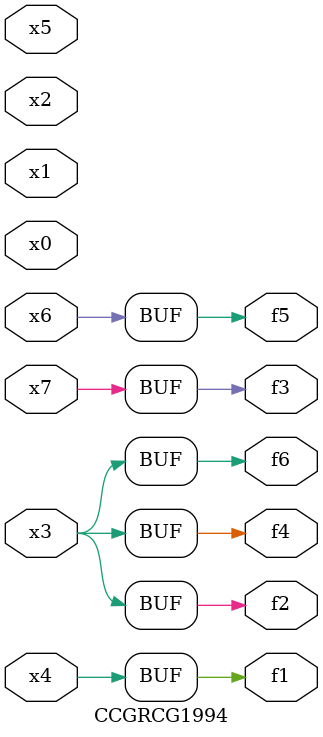
<source format=v>
module CCGRCG1994(
	input x0, x1, x2, x3, x4, x5, x6, x7,
	output f1, f2, f3, f4, f5, f6
);
	assign f1 = x4;
	assign f2 = x3;
	assign f3 = x7;
	assign f4 = x3;
	assign f5 = x6;
	assign f6 = x3;
endmodule

</source>
